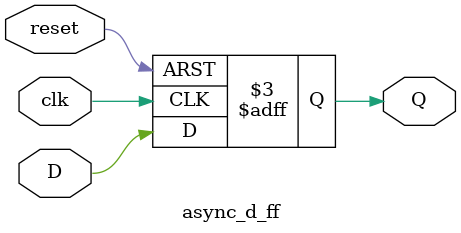
<source format=v>
`timescale 1ns / 1ps

//Lab-6:By Vedant A Sontake(B20EE095)
//Work:1 Asynchronous reset

module async_d_ff(clk,D,reset,Q);
input clk,D,reset;
output reg Q;
always@(posedge clk, negedge reset)
    if(!reset)
        Q=0;
    else
        Q=D;
endmodule

</source>
